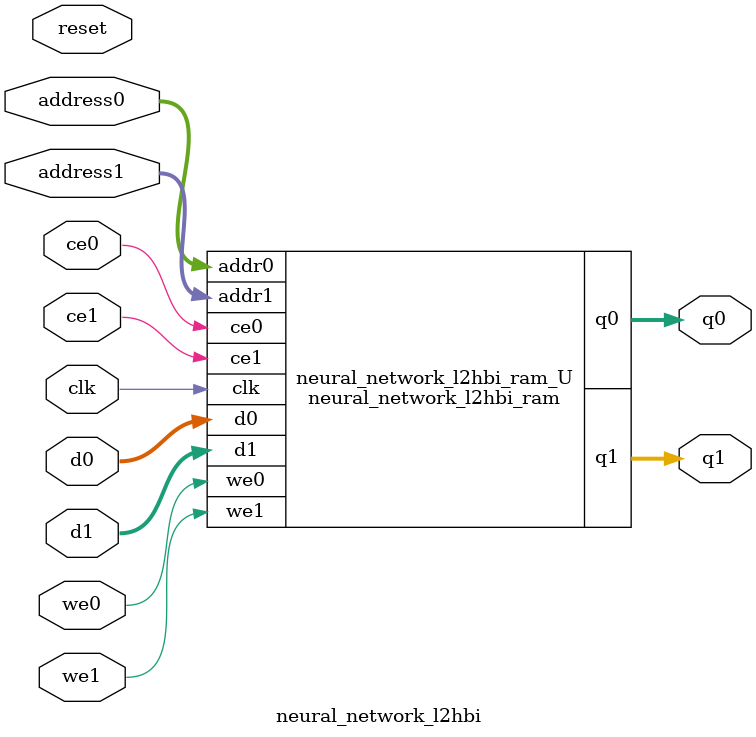
<source format=v>

`timescale 1 ns / 1 ps
module neural_network_l2hbi_ram (addr0, ce0, d0, we0, q0, addr1, ce1, d1, we1, q1,  clk);

parameter DWIDTH = 32;
parameter AWIDTH = 4;
parameter MEM_SIZE = 10;

input[AWIDTH-1:0] addr0;
input ce0;
input[DWIDTH-1:0] d0;
input we0;
output reg[DWIDTH-1:0] q0;
input[AWIDTH-1:0] addr1;
input ce1;
input[DWIDTH-1:0] d1;
input we1;
output reg[DWIDTH-1:0] q1;
input clk;

(* ram_style = "block" *)reg [DWIDTH-1:0] ram[0:MEM_SIZE-1];




always @(posedge clk)  
begin 
    if (ce0) 
    begin
        if (we0) 
        begin 
            ram[addr0] <= d0; 
            q0 <= d0;
        end 
        else 
            q0 <= ram[addr0];
    end
end


always @(posedge clk)  
begin 
    if (ce1) 
    begin
        if (we1) 
        begin 
            ram[addr1] <= d1; 
            q1 <= d1;
        end 
        else 
            q1 <= ram[addr1];
    end
end


endmodule


`timescale 1 ns / 1 ps
module neural_network_l2hbi(
    reset,
    clk,
    address0,
    ce0,
    we0,
    d0,
    q0,
    address1,
    ce1,
    we1,
    d1,
    q1);

parameter DataWidth = 32'd32;
parameter AddressRange = 32'd10;
parameter AddressWidth = 32'd4;
input reset;
input clk;
input[AddressWidth - 1:0] address0;
input ce0;
input we0;
input[DataWidth - 1:0] d0;
output[DataWidth - 1:0] q0;
input[AddressWidth - 1:0] address1;
input ce1;
input we1;
input[DataWidth - 1:0] d1;
output[DataWidth - 1:0] q1;



neural_network_l2hbi_ram neural_network_l2hbi_ram_U(
    .clk( clk ),
    .addr0( address0 ),
    .ce0( ce0 ),
    .d0( d0 ),
    .we0( we0 ),
    .q0( q0 ),
    .addr1( address1 ),
    .ce1( ce1 ),
    .d1( d1 ),
    .we1( we1 ),
    .q1( q1 ));

endmodule


</source>
